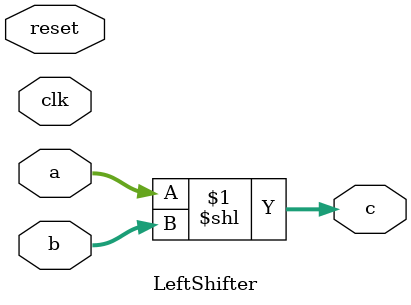
<source format=v>
module LeftShifter #(parameter Size = 32)(
  input wire clk,
  input wire reset,
  input wire [Size-1:0] a,
  input wire [Size-1:0] b,
  output wire [Size-1:0] c
);
  assign c = a << b;
endmodule
</source>
